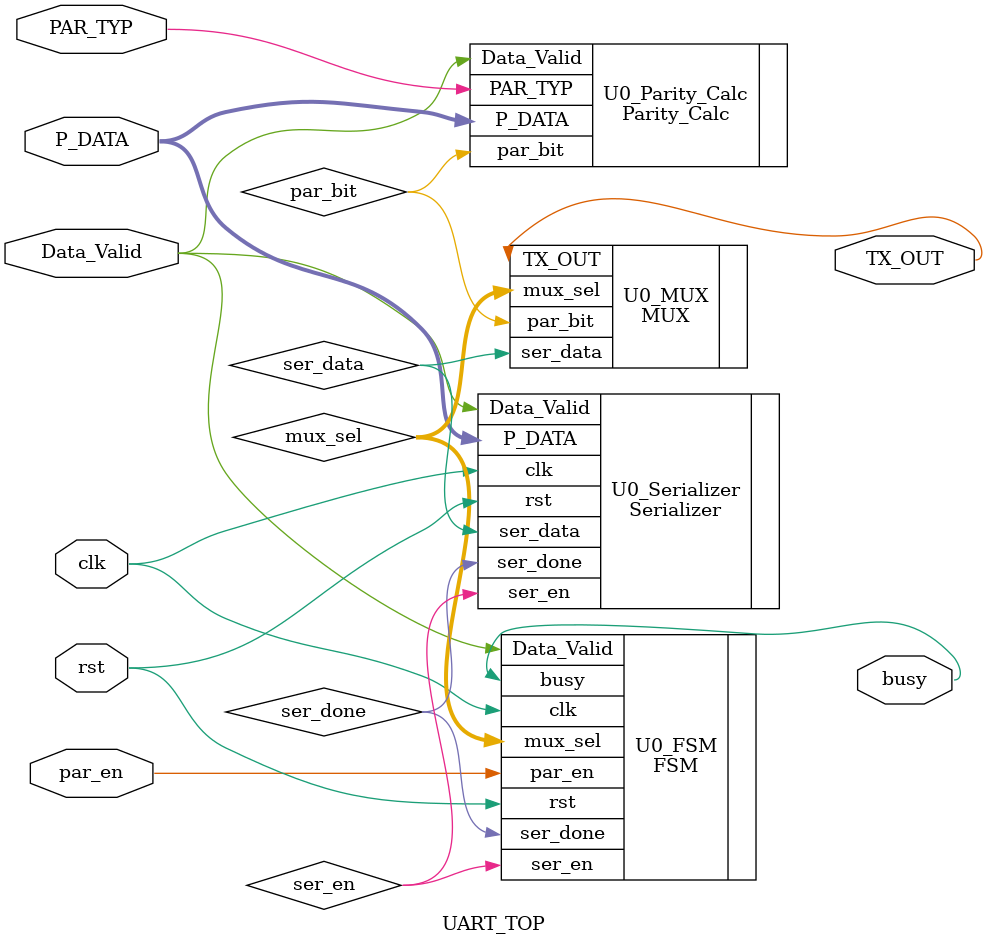
<source format=v>
module UART_TOP #( parameter WIDTH = 8 )(
input  [WIDTH-1:0] P_DATA,
input clk, rst,
input par_en, Data_Valid, PAR_TYP,
output  busy, TX_OUT
	);
wire ser_done, ser_en, par_bit, ser_data;
wire [2:0] mux_sel;

FSM U0_FSM (.clk(clk), .rst(rst), .Data_Valid(Data_Valid),.busy(busy), .ser_en(ser_en), .ser_done(ser_done), .mux_sel(mux_sel), .par_en(par_en));

Serializer U0_Serializer (.clk(clk), .rst(rst), .Data_Valid(Data_Valid), .P_DATA(P_DATA), .ser_en(ser_en), .ser_done(ser_done), .ser_data(ser_data) );

MUX U0_MUX (.mux_sel(mux_sel), .ser_data(ser_data), .par_bit(par_bit), .TX_OUT(TX_OUT) );

Parity_Calc U0_Parity_Calc (.Data_Valid(Data_Valid), .P_DATA(P_DATA), .PAR_TYP(PAR_TYP), .par_bit(par_bit) );

endmodule
</source>
